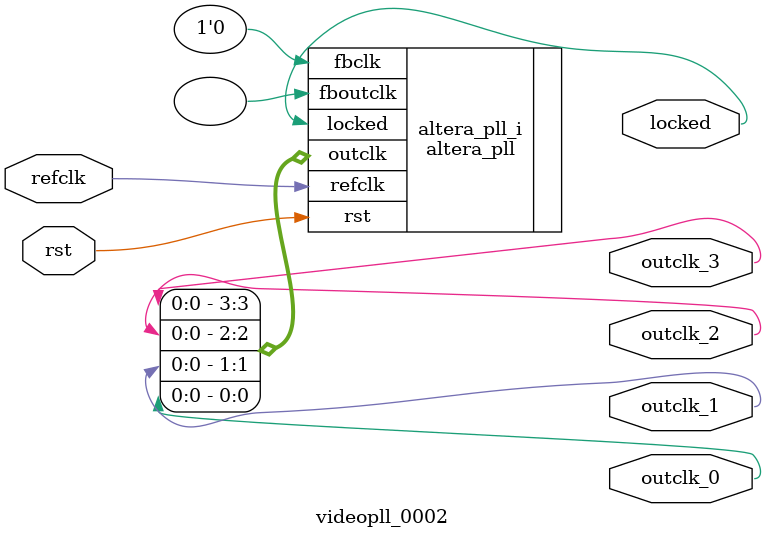
<source format=v>
`timescale 1ns/10ps
module  videopll_0002(

	// interface 'refclk'
	input wire refclk,

	// interface 'reset'
	input wire rst,

	// interface 'outclk0'
	output wire outclk_0,

	// interface 'outclk1'
	output wire outclk_1,

	// interface 'outclk2'
	output wire outclk_2,

	// interface 'outclk3'
	output wire outclk_3,

	// interface 'locked'
	output wire locked
);

	altera_pll #(
		.fractional_vco_multiplier("false"),
		.reference_clock_frequency("50.0 MHz"),
		.operation_mode("normal"),
		.number_of_clocks(4),
		.output_clock_frequency0("125.892857 MHz"),
		.phase_shift0("0 ps"),
		.duty_cycle0(50),
		.output_clock_frequency1("25.178571 MHz"),
		.phase_shift1("0 ps"),
		.duty_cycle1(50),
		.output_clock_frequency2("12.282229 MHz"),
		.phase_shift2("0 ps"),
		.duty_cycle2(50),
		.output_clock_frequency3("47.959183 MHz"),
		.phase_shift3("0 ps"),
		.duty_cycle3(50),
		.output_clock_frequency4("0 MHz"),
		.phase_shift4("0 ps"),
		.duty_cycle4(50),
		.output_clock_frequency5("0 MHz"),
		.phase_shift5("0 ps"),
		.duty_cycle5(50),
		.output_clock_frequency6("0 MHz"),
		.phase_shift6("0 ps"),
		.duty_cycle6(50),
		.output_clock_frequency7("0 MHz"),
		.phase_shift7("0 ps"),
		.duty_cycle7(50),
		.output_clock_frequency8("0 MHz"),
		.phase_shift8("0 ps"),
		.duty_cycle8(50),
		.output_clock_frequency9("0 MHz"),
		.phase_shift9("0 ps"),
		.duty_cycle9(50),
		.output_clock_frequency10("0 MHz"),
		.phase_shift10("0 ps"),
		.duty_cycle10(50),
		.output_clock_frequency11("0 MHz"),
		.phase_shift11("0 ps"),
		.duty_cycle11(50),
		.output_clock_frequency12("0 MHz"),
		.phase_shift12("0 ps"),
		.duty_cycle12(50),
		.output_clock_frequency13("0 MHz"),
		.phase_shift13("0 ps"),
		.duty_cycle13(50),
		.output_clock_frequency14("0 MHz"),
		.phase_shift14("0 ps"),
		.duty_cycle14(50),
		.output_clock_frequency15("0 MHz"),
		.phase_shift15("0 ps"),
		.duty_cycle15(50),
		.output_clock_frequency16("0 MHz"),
		.phase_shift16("0 ps"),
		.duty_cycle16(50),
		.output_clock_frequency17("0 MHz"),
		.phase_shift17("0 ps"),
		.duty_cycle17(50),
		.pll_type("General"),
		.pll_subtype("General")
	) altera_pll_i (
		.rst	(rst),
		.outclk	({outclk_3, outclk_2, outclk_1, outclk_0}),
		.locked	(locked),
		.fboutclk	( ),
		.fbclk	(1'b0),
		.refclk	(refclk)
	);
endmodule


</source>
